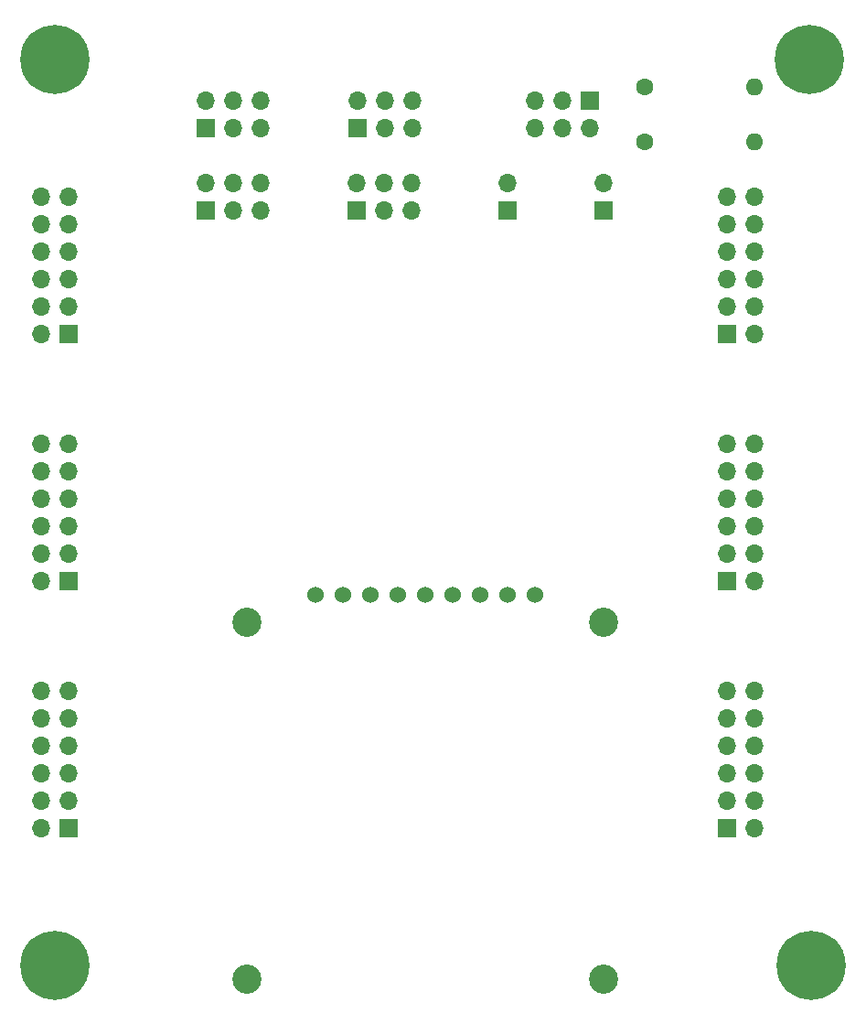
<source format=gbr>
%TF.GenerationSoftware,KiCad,Pcbnew,(6.0.1)*%
%TF.CreationDate,2022-02-03T19:59:55+01:00*%
%TF.ProjectId,modules_board,6d6f6475-6c65-4735-9f62-6f6172642e6b,rev?*%
%TF.SameCoordinates,Original*%
%TF.FileFunction,Soldermask,Top*%
%TF.FilePolarity,Negative*%
%FSLAX46Y46*%
G04 Gerber Fmt 4.6, Leading zero omitted, Abs format (unit mm)*
G04 Created by KiCad (PCBNEW (6.0.1)) date 2022-02-03 19:59:55*
%MOMM*%
%LPD*%
G01*
G04 APERTURE LIST*
%ADD10C,1.524000*%
%ADD11C,2.700000*%
%ADD12R,1.700000X1.700000*%
%ADD13O,1.700000X1.700000*%
%ADD14C,0.800000*%
%ADD15C,6.400000*%
%ADD16C,1.600000*%
%ADD17O,1.600000X1.600000*%
G04 APERTURE END LIST*
D10*
%TO.C,U1*%
X86360000Y-97790000D03*
X88900000Y-97790000D03*
X91440000Y-97790000D03*
X93980000Y-97790000D03*
X96520000Y-97790000D03*
X99060000Y-97790000D03*
X101600000Y-97790000D03*
X104140000Y-97790000D03*
X106680000Y-97790000D03*
D11*
X113030000Y-133350000D03*
X113030000Y-100330000D03*
X80010000Y-133350000D03*
X80010000Y-100330000D03*
%TD*%
D12*
%TO.C,J1*%
X63500000Y-119380000D03*
D13*
X60960000Y-119380000D03*
X63500000Y-116840000D03*
X60960000Y-116840000D03*
X63500000Y-114300000D03*
X60960000Y-114300000D03*
X63500000Y-111760000D03*
X60960000Y-111760000D03*
X63500000Y-109220000D03*
X60960000Y-109220000D03*
X63500000Y-106680000D03*
X60960000Y-106680000D03*
%TD*%
D12*
%TO.C,J2*%
X63500000Y-96520000D03*
D13*
X60960000Y-96520000D03*
X63500000Y-93980000D03*
X60960000Y-93980000D03*
X63500000Y-91440000D03*
X60960000Y-91440000D03*
X63500000Y-88900000D03*
X60960000Y-88900000D03*
X63500000Y-86360000D03*
X60960000Y-86360000D03*
X63500000Y-83820000D03*
X60960000Y-83820000D03*
%TD*%
D12*
%TO.C,J3*%
X63500000Y-73660000D03*
D13*
X60960000Y-73660000D03*
X63500000Y-71120000D03*
X60960000Y-71120000D03*
X63500000Y-68580000D03*
X60960000Y-68580000D03*
X63500000Y-66040000D03*
X60960000Y-66040000D03*
X63500000Y-63500000D03*
X60960000Y-63500000D03*
X63500000Y-60960000D03*
X60960000Y-60960000D03*
%TD*%
D12*
%TO.C,J7*%
X124460000Y-119380000D03*
D13*
X127000000Y-119380000D03*
X124460000Y-116840000D03*
X127000000Y-116840000D03*
X124460000Y-114300000D03*
X127000000Y-114300000D03*
X124460000Y-111760000D03*
X127000000Y-111760000D03*
X124460000Y-109220000D03*
X127000000Y-109220000D03*
X124460000Y-106680000D03*
X127000000Y-106680000D03*
%TD*%
D12*
%TO.C,J8*%
X124460000Y-96520000D03*
D13*
X127000000Y-96520000D03*
X124460000Y-93980000D03*
X127000000Y-93980000D03*
X124460000Y-91440000D03*
X127000000Y-91440000D03*
X124460000Y-88900000D03*
X127000000Y-88900000D03*
X124460000Y-86360000D03*
X127000000Y-86360000D03*
X124460000Y-83820000D03*
X127000000Y-83820000D03*
%TD*%
D12*
%TO.C,J9*%
X124460000Y-73660000D03*
D13*
X127000000Y-73660000D03*
X124460000Y-71120000D03*
X127000000Y-71120000D03*
X124460000Y-68580000D03*
X127000000Y-68580000D03*
X124460000Y-66040000D03*
X127000000Y-66040000D03*
X124460000Y-63500000D03*
X127000000Y-63500000D03*
X124460000Y-60960000D03*
X127000000Y-60960000D03*
%TD*%
D14*
%TO.C,H1*%
X63927056Y-49957056D03*
X60532944Y-49957056D03*
X59830000Y-48260000D03*
X62230000Y-45860000D03*
X62230000Y-50660000D03*
X64630000Y-48260000D03*
D15*
X62230000Y-48260000D03*
D14*
X63927056Y-46562944D03*
X60532944Y-46562944D03*
%TD*%
D15*
%TO.C,H2*%
X62230000Y-132080000D03*
D14*
X62230000Y-129680000D03*
X64630000Y-132080000D03*
X62230000Y-134480000D03*
X60532944Y-133777056D03*
X63927056Y-133777056D03*
X59830000Y-132080000D03*
X60532944Y-130382944D03*
X63927056Y-130382944D03*
%TD*%
%TO.C,H3*%
X130382944Y-49957056D03*
X132080000Y-50660000D03*
X129680000Y-48260000D03*
X134480000Y-48260000D03*
X132080000Y-45860000D03*
D15*
X132080000Y-48260000D03*
D14*
X133777056Y-46562944D03*
X133777056Y-49957056D03*
X130382944Y-46562944D03*
%TD*%
%TO.C,H4*%
X133917056Y-130382944D03*
X130522944Y-133777056D03*
X132220000Y-134480000D03*
X134620000Y-132080000D03*
X129820000Y-132080000D03*
D15*
X132220000Y-132080000D03*
D14*
X130522944Y-130382944D03*
X133917056Y-133777056D03*
X132220000Y-129680000D03*
%TD*%
D16*
%TO.C,R2*%
X116840000Y-55880000D03*
D17*
X127000000Y-55880000D03*
%TD*%
D16*
%TO.C,R1*%
X116840000Y-50800000D03*
D17*
X127000000Y-50800000D03*
%TD*%
D12*
%TO.C,J5*%
X90170000Y-62230000D03*
D13*
X90170000Y-59690000D03*
X92710000Y-62230000D03*
X92710000Y-59690000D03*
X95250000Y-62230000D03*
X95250000Y-59690000D03*
%TD*%
D12*
%TO.C,J6*%
X104140000Y-62230000D03*
D13*
X104140000Y-59690000D03*
%TD*%
D12*
%TO.C,J10*%
X113030000Y-62230000D03*
D13*
X113030000Y-59690000D03*
%TD*%
D12*
%TO.C,J11*%
X111760000Y-52070000D03*
D13*
X111760000Y-54610000D03*
X109220000Y-52070000D03*
X109220000Y-54610000D03*
X106680000Y-52070000D03*
X106680000Y-54610000D03*
%TD*%
D12*
%TO.C,J4*%
X76200000Y-62230000D03*
D13*
X76200000Y-59690000D03*
X78740000Y-62230000D03*
X78740000Y-59690000D03*
X81280000Y-62230000D03*
X81280000Y-59690000D03*
%TD*%
D12*
%TO.C,J12*%
X76200000Y-54610000D03*
D13*
X76200000Y-52070000D03*
X78740000Y-54610000D03*
X78740000Y-52070000D03*
X81280000Y-54610000D03*
X81280000Y-52070000D03*
%TD*%
D12*
%TO.C,J13*%
X90185000Y-54615000D03*
D13*
X90185000Y-52075000D03*
X92725000Y-54615000D03*
X92725000Y-52075000D03*
X95265000Y-54615000D03*
X95265000Y-52075000D03*
%TD*%
M02*

</source>
